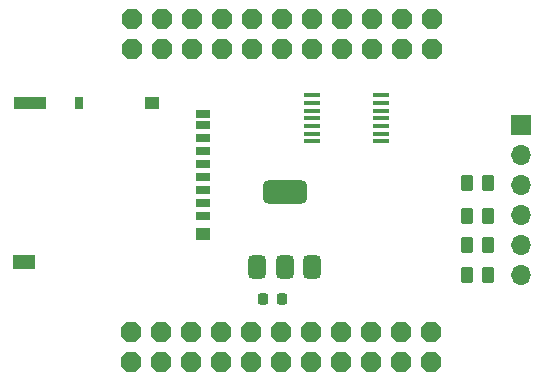
<source format=gbr>
%TF.GenerationSoftware,KiCad,Pcbnew,8.0.5*%
%TF.CreationDate,2024-10-04T20:46:01-04:00*%
%TF.ProjectId,memory card,6d656d6f-7279-4206-9361-72642e6b6963,V2*%
%TF.SameCoordinates,Original*%
%TF.FileFunction,Soldermask,Top*%
%TF.FilePolarity,Negative*%
%FSLAX46Y46*%
G04 Gerber Fmt 4.6, Leading zero omitted, Abs format (unit mm)*
G04 Created by KiCad (PCBNEW 8.0.5) date 2024-10-04 20:46:01*
%MOMM*%
%LPD*%
G01*
G04 APERTURE LIST*
G04 Aperture macros list*
%AMRoundRect*
0 Rectangle with rounded corners*
0 $1 Rounding radius*
0 $2 $3 $4 $5 $6 $7 $8 $9 X,Y pos of 4 corners*
0 Add a 4 corners polygon primitive as box body*
4,1,4,$2,$3,$4,$5,$6,$7,$8,$9,$2,$3,0*
0 Add four circle primitives for the rounded corners*
1,1,$1+$1,$2,$3*
1,1,$1+$1,$4,$5*
1,1,$1+$1,$6,$7*
1,1,$1+$1,$8,$9*
0 Add four rect primitives between the rounded corners*
20,1,$1+$1,$2,$3,$4,$5,0*
20,1,$1+$1,$4,$5,$6,$7,0*
20,1,$1+$1,$6,$7,$8,$9,0*
20,1,$1+$1,$8,$9,$2,$3,0*%
%AMFreePoly0*
4,1,25,0.375350,0.844196,0.387473,0.833842,0.833842,0.387473,0.862349,0.331525,0.863600,0.315631,0.863600,-0.315631,0.844196,-0.375350,0.833842,-0.387473,0.387473,-0.833842,0.331525,-0.862349,0.315631,-0.863600,-0.315631,-0.863600,-0.375350,-0.844196,-0.387473,-0.833842,-0.833842,-0.387473,-0.862349,-0.331525,-0.863600,-0.315631,-0.863600,0.315631,-0.844196,0.375350,-0.833842,0.387473,
-0.387473,0.833842,-0.331525,0.862349,-0.315631,0.863600,0.315631,0.863600,0.375350,0.844196,0.375350,0.844196,$1*%
G04 Aperture macros list end*
%ADD10R,1.900000X1.300000*%
%ADD11R,2.800000X1.000000*%
%ADD12R,0.800000X1.000000*%
%ADD13R,1.200000X1.000000*%
%ADD14R,1.200000X0.700000*%
%ADD15R,1.475000X0.450000*%
%ADD16FreePoly0,0.000000*%
%ADD17RoundRect,0.250000X0.262500X0.450000X-0.262500X0.450000X-0.262500X-0.450000X0.262500X-0.450000X0*%
%ADD18RoundRect,0.225000X0.225000X0.250000X-0.225000X0.250000X-0.225000X-0.250000X0.225000X-0.250000X0*%
%ADD19RoundRect,0.250000X-0.262500X-0.450000X0.262500X-0.450000X0.262500X0.450000X-0.262500X0.450000X0*%
%ADD20R,1.700000X1.700000*%
%ADD21O,1.700000X1.700000*%
%ADD22RoundRect,0.375000X0.375000X-0.625000X0.375000X0.625000X-0.375000X0.625000X-0.375000X-0.625000X0*%
%ADD23RoundRect,0.500000X1.400000X-0.500000X1.400000X0.500000X-1.400000X0.500000X-1.400000X-0.500000X0*%
G04 APERTURE END LIST*
D10*
%TO.C,J2*%
X136453189Y-109660000D03*
D11*
X136903189Y-96160000D03*
D12*
X141053189Y-96160000D03*
D13*
X147253189Y-96160000D03*
X151553189Y-107310000D03*
D14*
X151553189Y-97110000D03*
X151553189Y-98060000D03*
X151553189Y-99160000D03*
X151553189Y-100260000D03*
X151553189Y-101360000D03*
X151553189Y-102460000D03*
X151553189Y-103560000D03*
X151553189Y-104660000D03*
X151553189Y-105760000D03*
%TD*%
D15*
%TO.C,IC2*%
X160812000Y-95550000D03*
X160812000Y-96200000D03*
X160812000Y-96850000D03*
X160812000Y-97500000D03*
X160812000Y-98150000D03*
X160812000Y-98800000D03*
X160812000Y-99450000D03*
X166688000Y-99450000D03*
X166688000Y-98800000D03*
X166688000Y-98150000D03*
X166688000Y-97500000D03*
X166688000Y-96850000D03*
X166688000Y-96200000D03*
X166688000Y-95550000D03*
%TD*%
D16*
%TO.C,JP1*%
X145550000Y-91600000D03*
X145550000Y-89060000D03*
X148090000Y-91600000D03*
X148090000Y-89060000D03*
X150630000Y-91600000D03*
X150630000Y-89060000D03*
X153170000Y-91600000D03*
X153170000Y-89060000D03*
X155710000Y-91600000D03*
X155710000Y-89060000D03*
X158250000Y-91600000D03*
X158250000Y-89060000D03*
X160790000Y-91600000D03*
X160790000Y-89060000D03*
X163330000Y-91600000D03*
X163330000Y-89060000D03*
X165870000Y-91600000D03*
X165870000Y-89060000D03*
X168410000Y-91600000D03*
X168410000Y-89060000D03*
X170950000Y-91600000D03*
X170950000Y-89060000D03*
%TD*%
D17*
%TO.C,R3*%
X175750000Y-105750000D03*
X173925000Y-105750000D03*
%TD*%
D18*
%TO.C,C1*%
X158250000Y-112750000D03*
X156700000Y-112750000D03*
%TD*%
D17*
%TO.C,R4*%
X175750000Y-108250000D03*
X173925000Y-108250000D03*
%TD*%
D19*
%TO.C,R1*%
X173925000Y-103000000D03*
X175750000Y-103000000D03*
%TD*%
%TO.C,R2*%
X173925000Y-110750000D03*
X175750000Y-110750000D03*
%TD*%
D20*
%TO.C,J3*%
X178553189Y-98060000D03*
D21*
X178553189Y-100600000D03*
X178553189Y-103140000D03*
X178553189Y-105680000D03*
X178553189Y-108220000D03*
X178553189Y-110760000D03*
%TD*%
D16*
%TO.C,JP2*%
X145473189Y-118100000D03*
X145473189Y-115560000D03*
X148013189Y-118100000D03*
X148013189Y-115560000D03*
X150553189Y-118100000D03*
X150553189Y-115560000D03*
X153093189Y-118100000D03*
X153093189Y-115560000D03*
X155633189Y-118100000D03*
X155633189Y-115560000D03*
X158173189Y-118100000D03*
X158173189Y-115560000D03*
X160713189Y-118100000D03*
X160713189Y-115560000D03*
X163253189Y-118100000D03*
X163253189Y-115560000D03*
X165793189Y-118100000D03*
X165793189Y-115560000D03*
X168333189Y-118100000D03*
X168333189Y-115560000D03*
X170873189Y-118100000D03*
X170873189Y-115560000D03*
%TD*%
D22*
%TO.C,U1*%
X156200000Y-110050000D03*
X158500000Y-110050000D03*
D23*
X158500000Y-103750000D03*
D22*
X160800000Y-110050000D03*
%TD*%
M02*

</source>
